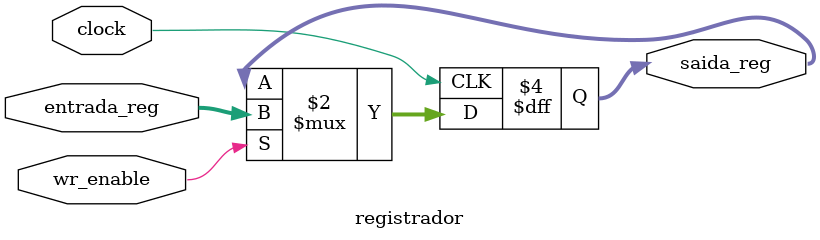
<source format=v>
module registrador(wr_enable,clock,entrada_reg,saida_reg);

input wr_enable;
input clock;
input [15:0] entrada_reg;
output reg [15:0] saida_reg;

always @(posedge clock)
begin
    if(wr_enable)
        saida_reg <= entrada_reg;
end

endmodule
</source>
